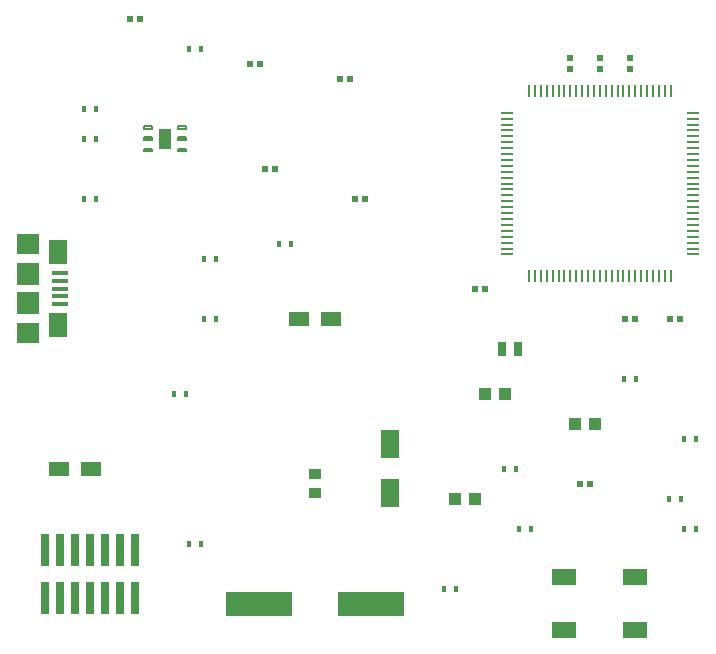
<source format=gbr>
G04 EAGLE Gerber RS-274X export*
G75*
%MOMM*%
%FSLAX34Y34*%
%LPD*%
%INSolderpaste Top*%
%IPPOS*%
%AMOC8*
5,1,8,0,0,1.08239X$1,22.5*%
G01*
%ADD10R,1.100000X1.000000*%
%ADD11R,0.350000X0.600000*%
%ADD12R,1.700000X1.300000*%
%ADD13R,0.500000X0.600000*%
%ADD14R,1.000000X0.900000*%
%ADD15R,1.350000X0.400000*%
%ADD16R,1.600000X2.100000*%
%ADD17R,1.900000X1.800000*%
%ADD18R,1.900000X1.900000*%
%ADD19R,0.740000X2.790000*%
%ADD20R,0.540000X0.600000*%
%ADD21R,0.600000X0.540000*%
%ADD22R,0.560000X0.600000*%
%ADD23R,2.100000X1.400000*%
%ADD24R,1.550000X2.400000*%
%ADD25R,1.125000X0.250000*%
%ADD26R,0.250000X1.125000*%
%ADD27R,1.140000X1.660000*%
%ADD28C,0.200000*%
%ADD29R,5.600000X2.100000*%
%ADD30R,0.800000X1.300000*%


D10*
X410600Y241300D03*
X427600Y241300D03*
D11*
X566250Y152400D03*
X576750Y152400D03*
X172550Y304800D03*
X183050Y304800D03*
X375750Y76200D03*
X386250Y76200D03*
X578950Y203200D03*
X589450Y203200D03*
X172550Y355600D03*
X183050Y355600D03*
X439250Y127000D03*
X449750Y127000D03*
X528150Y254000D03*
X538650Y254000D03*
D12*
X253200Y304800D03*
X280200Y304800D03*
D11*
X236050Y368300D03*
X246550Y368300D03*
D12*
X50000Y177800D03*
X77000Y177800D03*
D10*
X486800Y215900D03*
X503800Y215900D03*
D11*
X426550Y177800D03*
X437050Y177800D03*
X159850Y533400D03*
X170350Y533400D03*
D10*
X385200Y152400D03*
X402200Y152400D03*
D11*
X70950Y482600D03*
X81450Y482600D03*
X70950Y457200D03*
X81450Y457200D03*
X70950Y406400D03*
X81450Y406400D03*
X578950Y127000D03*
X589450Y127000D03*
X159850Y114300D03*
X170350Y114300D03*
X147150Y241300D03*
X157650Y241300D03*
D13*
X300300Y406400D03*
X309300Y406400D03*
X224100Y431800D03*
X233100Y431800D03*
X211400Y520700D03*
X220400Y520700D03*
D14*
X266700Y157100D03*
X266700Y173100D03*
D15*
X50800Y330200D03*
X50800Y336700D03*
X50800Y323700D03*
X50800Y343200D03*
X50800Y317200D03*
D16*
X49550Y361200D03*
X49550Y299200D03*
D17*
X24050Y368200D03*
X24050Y292200D03*
D18*
X24050Y342200D03*
X24050Y318200D03*
D19*
X38100Y68550D03*
X38100Y109250D03*
X50800Y68550D03*
X50800Y109250D03*
X63500Y68550D03*
X63500Y109250D03*
X76200Y68550D03*
X76200Y109250D03*
X88900Y68550D03*
X88900Y109250D03*
X101600Y68550D03*
X101600Y109250D03*
X114300Y68550D03*
X114300Y109250D03*
D20*
X567180Y304800D03*
X575820Y304800D03*
X529080Y304800D03*
X537720Y304800D03*
D21*
X533400Y516380D03*
X533400Y525020D03*
X508000Y516380D03*
X508000Y525020D03*
X482600Y516380D03*
X482600Y525020D03*
D20*
X109980Y558800D03*
X118620Y558800D03*
X402080Y330200D03*
X410720Y330200D03*
X287780Y508000D03*
X296420Y508000D03*
D22*
X490950Y165100D03*
X499650Y165100D03*
D23*
X478000Y86000D03*
X538000Y86000D03*
X478000Y41000D03*
X538000Y41000D03*
D24*
X330200Y156800D03*
X330200Y198800D03*
D25*
X429500Y479100D03*
X429500Y474100D03*
X429500Y469100D03*
X429500Y464100D03*
X429500Y459100D03*
X429500Y454100D03*
X429500Y449100D03*
X429500Y444100D03*
X429500Y439100D03*
X429500Y434100D03*
X429500Y429100D03*
X429500Y424100D03*
X429500Y419100D03*
X429500Y414100D03*
X429500Y409100D03*
X429500Y404100D03*
X429500Y399100D03*
X429500Y394100D03*
X429500Y389100D03*
X429500Y384100D03*
X429500Y379100D03*
X429500Y374100D03*
X429500Y369100D03*
X429500Y364100D03*
X429500Y359100D03*
D26*
X448000Y340600D03*
X453000Y340600D03*
X458000Y340600D03*
X463000Y340600D03*
X468000Y340600D03*
X473000Y340600D03*
X478000Y340600D03*
X483000Y340600D03*
X488000Y340600D03*
X493000Y340600D03*
X498000Y340600D03*
X503000Y340600D03*
X508000Y340600D03*
X513000Y340600D03*
X518000Y340600D03*
X523000Y340600D03*
X528000Y340600D03*
X533000Y340600D03*
X538000Y340600D03*
X543000Y340600D03*
X548000Y340600D03*
X553000Y340600D03*
X558000Y340600D03*
X563000Y340600D03*
X568000Y340600D03*
D25*
X586500Y359100D03*
X586500Y364100D03*
X586500Y369100D03*
X586500Y374100D03*
X586500Y379100D03*
X586500Y384100D03*
X586500Y389100D03*
X586500Y394100D03*
X586500Y399100D03*
X586500Y404100D03*
X586500Y409100D03*
X586500Y414100D03*
X586500Y419100D03*
X586500Y424100D03*
X586500Y429100D03*
X586500Y434100D03*
X586500Y439100D03*
X586500Y444100D03*
X586500Y449100D03*
X586500Y454100D03*
X586500Y459100D03*
X586500Y464100D03*
X586500Y469100D03*
X586500Y474100D03*
X586500Y479100D03*
D26*
X568000Y497600D03*
X563000Y497600D03*
X558000Y497600D03*
X553000Y497600D03*
X548000Y497600D03*
X543000Y497600D03*
X538000Y497600D03*
X533000Y497600D03*
X528000Y497600D03*
X523000Y497600D03*
X518000Y497600D03*
X513000Y497600D03*
X508000Y497600D03*
X503000Y497600D03*
X498000Y497600D03*
X493000Y497600D03*
X488000Y497600D03*
X483000Y497600D03*
X478000Y497600D03*
X473000Y497600D03*
X468000Y497600D03*
X463000Y497600D03*
X458000Y497600D03*
X453000Y497600D03*
X448000Y497600D03*
D27*
X139700Y457200D03*
D28*
X150850Y448700D02*
X157250Y448700D01*
X157250Y446700D01*
X150850Y446700D01*
X150850Y448700D01*
X150850Y448600D02*
X157250Y448600D01*
X157250Y458200D02*
X150850Y458200D01*
X157250Y458200D02*
X157250Y456200D01*
X150850Y456200D01*
X150850Y458200D01*
X150850Y458100D02*
X157250Y458100D01*
X157250Y467700D02*
X150850Y467700D01*
X157250Y467700D02*
X157250Y465700D01*
X150850Y465700D01*
X150850Y467700D01*
X150850Y467600D02*
X157250Y467600D01*
X128550Y465700D02*
X122150Y465700D01*
X122150Y467700D01*
X128550Y467700D01*
X128550Y465700D01*
X128550Y467600D02*
X122150Y467600D01*
X122150Y456200D02*
X128550Y456200D01*
X122150Y456200D02*
X122150Y458200D01*
X128550Y458200D01*
X128550Y456200D01*
X128550Y458100D02*
X122150Y458100D01*
X122150Y446700D02*
X128550Y446700D01*
X122150Y446700D02*
X122150Y448700D01*
X128550Y448700D01*
X128550Y446700D01*
X128550Y448600D02*
X122150Y448600D01*
D29*
X219200Y63500D03*
X314200Y63500D03*
D30*
X424800Y279400D03*
X438800Y279400D03*
M02*

</source>
